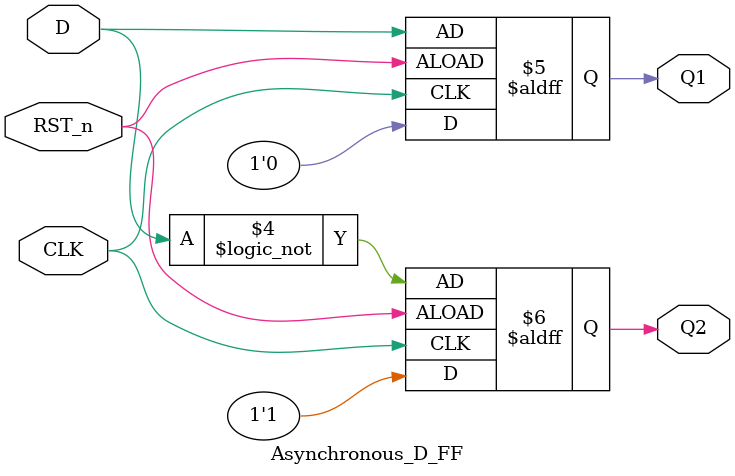
<source format=v>

module Asynchronous_D_FF(CLK,D,RST_n,Q1,Q2);
input CLK;
input D,RST_n;
output reg Q1,Q2;

always@(posedge CLK or posedge RST_n)
begin
if (~RST_n) 
    begin Q1 = 1'b0;
    Q2 = !Q1; end
else 
    begin Q1 = D;
    Q2 = !Q1; end
end

endmodule

</source>
